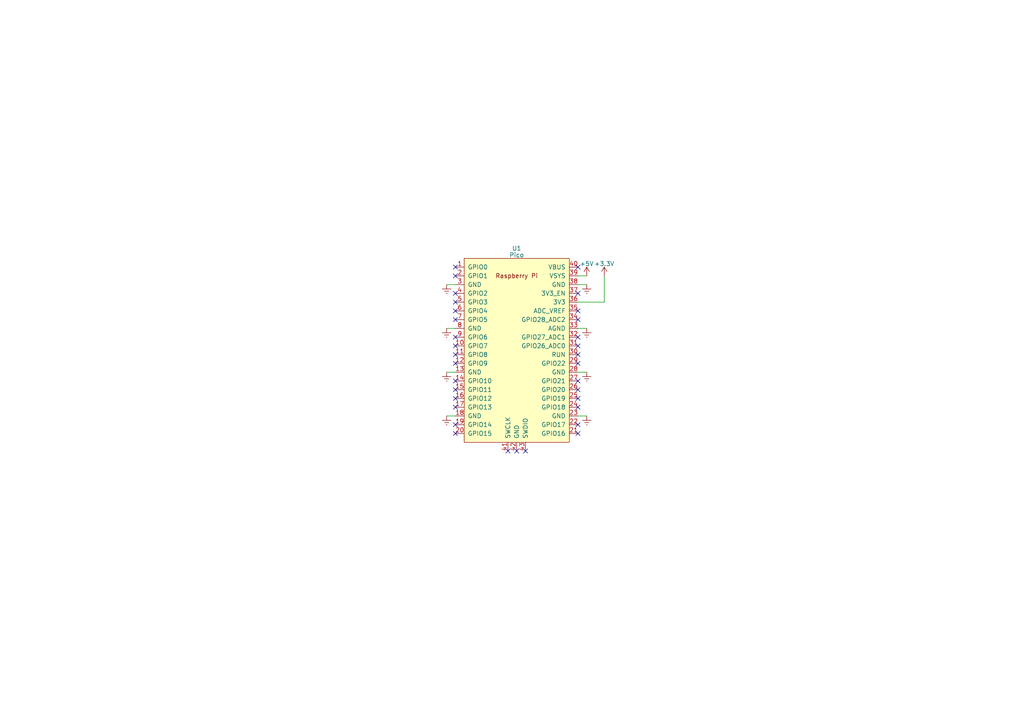
<source format=kicad_sch>
(kicad_sch (version 20230121) (generator eeschema)
  (paper "A4")
  (lib_symbols
    (symbol "Pi Pico:Pico" (pin_names (offset 1.016))
      (property "Reference" "U" (at -13.97 27.94 0))
      (property "Value" "Pico" (at 0 19.05 0))
      (symbol "Pico_0_0"
        (text "Raspberry Pi" (at 0 21.59 0) (effects (font (size 1.27 1.27))))
      )
      (symbol "Pico_0_1"
        (rectangle (start -15.24 26.67) (end 15.24 -26.67) (fill (type background)))
      )
      (symbol "Pico_1_1"
        (pin bidirectional line (at -17.78 24.13 0) (length 2.54) (name "GPIO0") (number "1"))
        (pin bidirectional line (at -17.78 1.27 0) (length 2.54) (name "GPIO7") (number "10"))
        (pin bidirectional line (at -17.78 -1.27 0) (length 2.54) (name "GPIO8") (number "11"))
        (pin bidirectional line (at -17.78 -3.81 0) (length 2.54) (name "GPIO9") (number "12"))
        (pin power_in line (at -17.78 -6.35 0) (length 2.54) (name "GND") (number "13"))
        (pin bidirectional line (at -17.78 -8.89 0) (length 2.54) (name "GPIO10") (number "14"))
        (pin bidirectional line (at -17.78 -11.43 0) (length 2.54) (name "GPIO11") (number "15"))
        (pin bidirectional line (at -17.78 -13.97 0) (length 2.54) (name "GPIO12") (number "16"))
        (pin bidirectional line (at -17.78 -16.51 0) (length 2.54) (name "GPIO13") (number "17"))
        (pin power_in line (at -17.78 -19.05 0) (length 2.54) (name "GND") (number "18"))
        (pin bidirectional line (at -17.78 -21.59 0) (length 2.54) (name "GPIO14") (number "19"))
        (pin bidirectional line (at -17.78 21.59 0) (length 2.54) (name "GPIO1") (number "2"))
        (pin bidirectional line (at -17.78 -24.13 0) (length 2.54) (name "GPIO15") (number "20"))
        (pin bidirectional line (at 17.78 -24.13 180) (length 2.54) (name "GPIO16") (number "21"))
        (pin bidirectional line (at 17.78 -21.59 180) (length 2.54) (name "GPIO17") (number "22"))
        (pin power_in line (at 17.78 -19.05 180) (length 2.54) (name "GND") (number "23"))
        (pin bidirectional line (at 17.78 -16.51 180) (length 2.54) (name "GPIO18") (number "24"))
        (pin bidirectional line (at 17.78 -13.97 180) (length 2.54) (name "GPIO19") (number "25"))
        (pin bidirectional line (at 17.78 -11.43 180) (length 2.54) (name "GPIO20") (number "26"))
        (pin bidirectional line (at 17.78 -8.89 180) (length 2.54) (name "GPIO21") (number "27"))
        (pin power_in line (at 17.78 -6.35 180) (length 2.54) (name "GND") (number "28"))
        (pin bidirectional line (at 17.78 -3.81 180) (length 2.54) (name "GPIO22") (number "29"))
        (pin power_in line (at -17.78 19.05 0) (length 2.54) (name "GND") (number "3"))
        (pin input line (at 17.78 -1.27 180) (length 2.54) (name "RUN") (number "30"))
        (pin bidirectional line (at 17.78 1.27 180) (length 2.54) (name "GPIO26_ADC0") (number "31"))
        (pin bidirectional line (at 17.78 3.81 180) (length 2.54) (name "GPIO27_ADC1") (number "32"))
        (pin power_in line (at 17.78 6.35 180) (length 2.54) (name "AGND") (number "33"))
        (pin bidirectional line (at 17.78 8.89 180) (length 2.54) (name "GPIO28_ADC2") (number "34"))
        (pin unspecified line (at 17.78 11.43 180) (length 2.54) (name "ADC_VREF") (number "35"))
        (pin unspecified line (at 17.78 13.97 180) (length 2.54) (name "3V3") (number "36"))
        (pin input line (at 17.78 16.51 180) (length 2.54) (name "3V3_EN") (number "37"))
        (pin bidirectional line (at 17.78 19.05 180) (length 2.54) (name "GND") (number "38"))
        (pin unspecified line (at 17.78 21.59 180) (length 2.54) (name "VSYS") (number "39"))
        (pin bidirectional line (at -17.78 16.51 0) (length 2.54) (name "GPIO2") (number "4"))
        (pin unspecified line (at 17.78 24.13 180) (length 2.54) (name "VBUS") (number "40"))
        (pin input line (at -2.54 -29.21 90) (length 2.54) (name "SWCLK") (number "41"))
        (pin power_in line (at 0 -29.21 90) (length 2.54) (name "GND") (number "42"))
        (pin bidirectional line (at 2.54 -29.21 90) (length 2.54) (name "SWDIO") (number "43"))
        (pin bidirectional line (at -17.78 13.97 0) (length 2.54) (name "GPIO3") (number "5"))
        (pin bidirectional line (at -17.78 11.43 0) (length 2.54) (name "GPIO4") (number "6"))
        (pin bidirectional line (at -17.78 8.89 0) (length 2.54) (name "GPIO5") (number "7"))
        (pin power_in line (at -17.78 6.35 0) (length 2.54) (name "GND") (number "8"))
        (pin bidirectional line (at -17.78 3.81 0) (length 2.54) (name "GPIO6") (number "9"))
      )
    )
    (symbol "power:+3.3V" (power) (pin_names (offset 0))
      (property "Value" "+3.3V" (at 0 3.556 0))
      (symbol "+3.3V_0_1"
        (polyline (pts (xy -0.762 1.27) (xy 0 2.54)))
        (polyline (pts (xy 0 0) (xy 0 2.54)))
        (polyline (pts (xy 0 2.54) (xy 0.762 1.27)))
      )
      (symbol "+3.3V_1_1"
        (pin power_in line (at 0 0 90) (length 0) hide (name "+3.3V") (number "1"))
      )
    )
    (symbol "power:+5V" (power) (pin_names (offset 0))
      (property "Value" "+5V" (at 0 3.556 0))
      (symbol "+5V_0_1"
        (polyline (pts (xy -0.762 1.27) (xy 0 2.54)))
        (polyline (pts (xy 0 0) (xy 0 2.54)))
        (polyline (pts (xy 0 2.54) (xy 0.762 1.27)))
      )
      (symbol "+5V_1_1"
        (pin power_in line (at 0 0 90) (length 0) hide (name "+5V") (number "1"))
      )
    )
    (symbol "power:Earth" (power) (pin_names (offset 0))
      (symbol "Earth_0_1"
        (polyline (pts (xy -0.635 -1.905) (xy 0.635 -1.905)))
        (polyline (pts (xy -0.127 -2.54) (xy 0.127 -2.54)))
        (polyline (pts (xy 0 -1.27) (xy 0 0)))
        (polyline (pts (xy 1.27 -1.27) (xy -1.27 -1.27)))
      )
      (symbol "Earth_1_1"
        (pin power_in line (at 0 0 270) (length 0) hide (name "Earth") (number "1"))
      )
    )
  )
  (no_connect (at 132.08 80.01))
  (no_connect (at 132.08 102.87))
  (no_connect (at 167.64 100.33))
  (no_connect (at 149.86 130.81))
  (no_connect (at 167.64 113.03))
  (no_connect (at 167.64 102.87))
  (no_connect (at 132.08 92.71))
  (no_connect (at 147.32 130.81))
  (no_connect (at 132.08 100.33))
  (no_connect (at 167.64 77.47))
  (no_connect (at 132.08 113.03))
  (no_connect (at 167.64 110.49))
  (no_connect (at 167.64 125.73))
  (no_connect (at 132.08 90.17))
  (no_connect (at 132.08 125.73))
  (no_connect (at 167.64 105.41))
  (no_connect (at 132.08 123.19))
  (no_connect (at 132.08 118.11))
  (no_connect (at 132.08 97.79))
  (no_connect (at 167.64 92.71))
  (no_connect (at 167.64 118.11))
  (no_connect (at 132.08 115.57))
  (no_connect (at 167.64 123.19))
  (no_connect (at 132.08 87.63))
  (no_connect (at 167.64 90.17))
  (no_connect (at 167.64 85.09))
  (no_connect (at 132.08 110.49))
  (no_connect (at 132.08 85.09))
  (no_connect (at 167.64 97.79))
  (no_connect (at 167.64 115.57))
  (no_connect (at 132.08 77.47))
  (no_connect (at 152.4 130.81))
  (no_connect (at 132.08 105.41))
  (wire (pts (xy 167.64 82.55) (xy 170.18 82.55)))
  (wire (pts (xy 129.54 120.65) (xy 132.08 120.65)))
  (wire (pts (xy 167.64 95.25) (xy 170.18 95.25)))
  (wire (pts (xy 175.26 87.63) (xy 167.64 87.63)))
  (wire (pts (xy 167.64 120.65) (xy 170.18 120.65)))
  (wire (pts (xy 167.64 80.01) (xy 170.18 80.01)))
  (wire (pts (xy 175.26 80.01) (xy 175.26 87.63)))
  (wire (pts (xy 129.54 95.25) (xy 132.08 95.25)))
  (wire (pts (xy 129.54 107.95) (xy 132.08 107.95)))
  (wire (pts (xy 129.54 82.55) (xy 132.08 82.55)))
  (wire (pts (xy 167.64 107.95) (xy 170.18 107.95)))
  (symbol (lib_id "power:Earth") (at 129.54 82.55 0) (unit 1)
    (property "Reference" "#PWR01" (effects hide))
    (property "Value" "Earth" (effects hide))
  )
  (symbol (lib_id "power:+5V") (at 170.18 80.01 0) (unit 1)
    (property "Reference" "#PWR09" (effects hide))
    (property "Value" "+5V" (at 170.18 76.5081 0))
  )
  (symbol (lib_id "power:Earth") (at 129.54 120.65 0) (unit 1)
    (property "Reference" "#PWR04" (effects hide))
    (property "Value" "Earth" (effects hide))
  )
  (symbol (lib_id "power:Earth") (at 129.54 107.95 0) (unit 1)
    (property "Reference" "#PWR03" (effects hide))
    (property "Value" "Earth" (effects hide))
  )
  (symbol (lib_id "Pi Pico:Pico") (at 149.86 101.6 0) (unit 1)
    (property "Reference" "U1" (at 149.86 72.0471 0))
    (property "Value" "Pico" (at 149.86 73.9681 0))
    (property "Footprint" "RPi_Pico:RPi_Pico_SMD_TH" (effects hide))
  )
  (symbol (lib_id "power:+3.3V") (at 175.26 80.01 0) (unit 1)
    (property "Reference" "#PWR010" (effects hide))
    (property "Value" "+3.3V" (at 175.26 76.5081 0))
  )
  (symbol (lib_id "power:Earth") (at 170.18 95.25 0) (unit 1)
    (property "Reference" "#PWR07" (effects hide))
    (property "Value" "Earth" (effects hide))
  )
  (symbol (lib_id "power:Earth") (at 170.18 120.65 0) (unit 1)
    (property "Reference" "#PWR05" (effects hide))
    (property "Value" "Earth" (effects hide))
  )
  (symbol (lib_id "power:Earth") (at 170.18 82.55 0) (unit 1)
    (property "Reference" "#PWR08" (effects hide))
    (property "Value" "Earth" (effects hide))
  )
  (symbol (lib_id "power:Earth") (at 129.54 95.25 0) (unit 1)
    (property "Reference" "#PWR02" (effects hide))
    (property "Value" "Earth" (effects hide))
  )
  (symbol (lib_id "power:Earth") (at 170.18 107.95 0) (unit 1)
    (property "Reference" "#PWR06" (effects hide))
    (property "Value" "Earth" (effects hide))
  )
)
</source>
